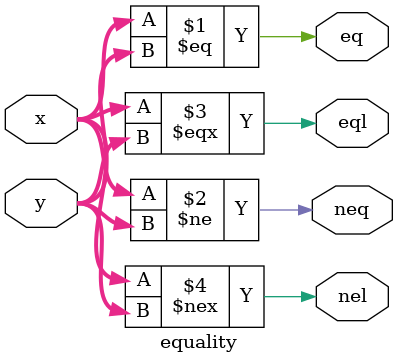
<source format=v>
module  equality (
    input [1: 0] x,
    input [1: 0] y,
    output eq,
    output neq,
    output eql,
    output nel
);
assign eq = x == y;
assign neq = x != y;
assign eql = x === y;
assign nel = x !== y;
endmodule
</source>
